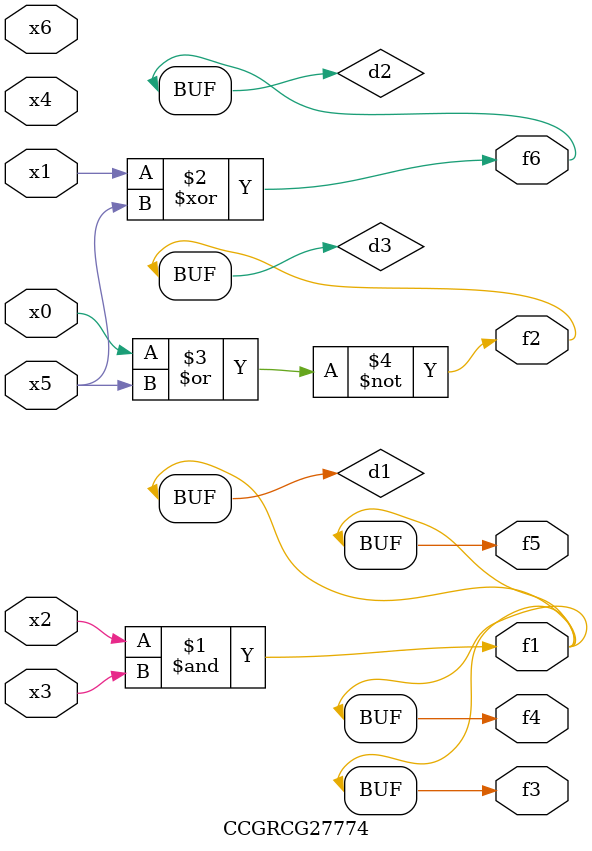
<source format=v>
module CCGRCG27774(
	input x0, x1, x2, x3, x4, x5, x6,
	output f1, f2, f3, f4, f5, f6
);

	wire d1, d2, d3;

	and (d1, x2, x3);
	xor (d2, x1, x5);
	nor (d3, x0, x5);
	assign f1 = d1;
	assign f2 = d3;
	assign f3 = d1;
	assign f4 = d1;
	assign f5 = d1;
	assign f6 = d2;
endmodule

</source>
